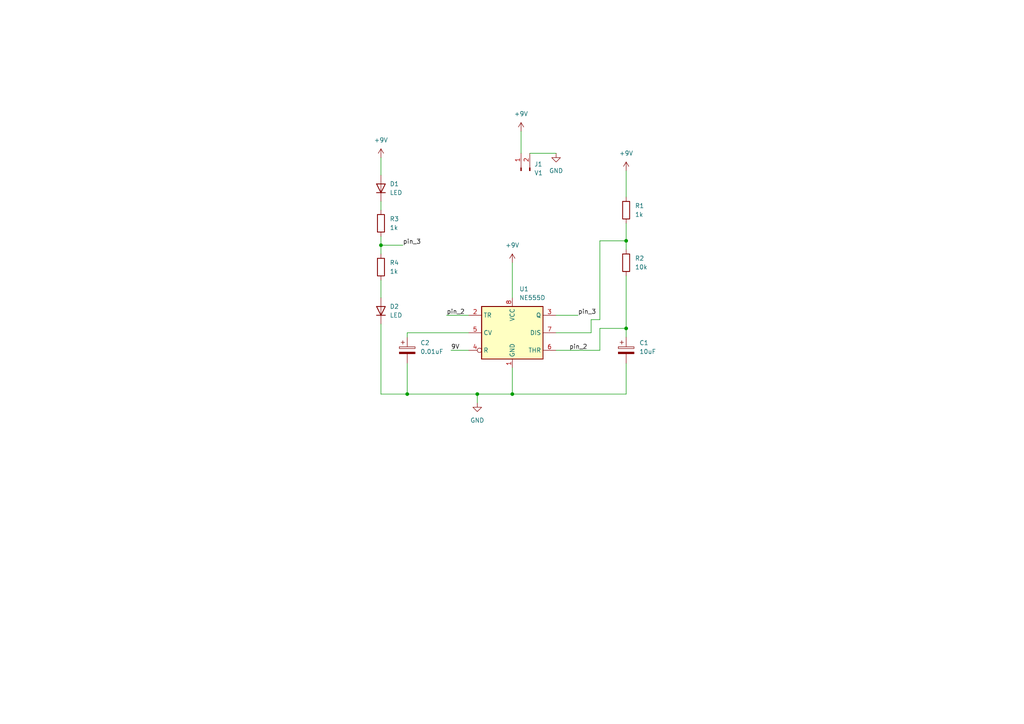
<source format=kicad_sch>
(kicad_sch (version 20211123) (generator eeschema)
  (paper "A4")
  (lib_symbols
    (symbol "Connector:Conn_01x02_Male" (pin_names (offset 1.016) hide)
      (property "Reference" "J" (at 0 2.54 0))
      (property "Value" "Conn_01x02_Male" (at 0 -5.08 0))
      (symbol "Conn_01x02_Male_1_1"
        (polyline (pts (xy 1.27 -2.54) (xy 0.8636 -2.54)) (stroke (width 0.1524)))
        (polyline (pts (xy 1.27 0) (xy 0.8636 0)) (stroke (width 0.1524)))
        (rectangle (start 0.8636 -2.413) (end 0 -2.667) (stroke (width 0.1524)) (fill (type outline)))
        (rectangle (start 0.8636 0.127) (end 0 -0.127) (stroke (width 0.1524)) (fill (type outline)))
        (pin passive line (at 5.08 0 180) (length 3.81) (name "Pin_1") (number "1"))
        (pin passive line (at 5.08 -2.54 180) (length 3.81) (name "Pin_2") (number "2"))
      )
    )
    (symbol "Device:C_Polarized" (pin_numbers hide) (pin_names (offset 0.254))
      (property "Reference" "C" (at 0.635 2.54 0))
      (property "Value" "C_Polarized" (at 0.635 -2.54 0))
      (symbol "C_Polarized_0_1"
        (rectangle (start -2.286 0.508) (end 2.286 1.016))
        (polyline (pts (xy -1.778 2.286) (xy -0.762 2.286)))
        (polyline (pts (xy -1.27 2.794) (xy -1.27 1.778)))
        (rectangle (start 2.286 -0.508) (end -2.286 -1.016) (fill (type outline)))
      )
      (symbol "C_Polarized_1_1"
        (pin passive line (at 0 3.81 270) (length 2.794) (name "~") (number "1"))
        (pin passive line (at 0 -3.81 90) (length 2.794) (name "~") (number "2"))
      )
    )
    (symbol "Device:D" (pin_numbers hide) (pin_names (offset 1.016) hide)
      (property "Reference" "D" (at 0 2.54 0))
      (property "Value" "D" (at 0 -2.54 0))
      (symbol "D_0_1"
        (polyline (pts (xy -1.27 1.27) (xy -1.27 -1.27)) (stroke (width 0.254)))
        (polyline (pts (xy 1.27 0) (xy -1.27 0)))
        (polyline (pts (xy 1.27 1.27) (xy 1.27 -1.27) (xy -1.27 0) (xy 1.27 1.27)) (stroke (width 0.254)))
      )
      (symbol "D_1_1"
        (pin passive line (at -3.81 0 0) (length 2.54) (name "K") (number "1"))
        (pin passive line (at 3.81 0 180) (length 2.54) (name "A") (number "2"))
      )
    )
    (symbol "Device:R" (pin_numbers hide) (pin_names (offset 0))
      (property "Reference" "R" (at 2.032 0 90))
      (property "Value" "R" (at 0 0 90))
      (symbol "R_0_1"
        (rectangle (start -1.016 -2.54) (end 1.016 2.54) (stroke (width 0.254)))
      )
      (symbol "R_1_1"
        (pin passive line (at 0 3.81 270) (length 1.27) (name "~") (number "1"))
        (pin passive line (at 0 -3.81 90) (length 1.27) (name "~") (number "2"))
      )
    )
    (symbol "Timer:NE555D"
      (property "Reference" "U" (at -10.16 8.89 0))
      (property "Value" "NE555D" (at 2.54 8.89 0))
      (symbol "NE555D_0_0"
        (pin power_in line (at 0 -10.16 90) (length 2.54) (name "GND") (number "1"))
        (pin power_in line (at 0 10.16 270) (length 2.54) (name "VCC") (number "8"))
      )
      (symbol "NE555D_0_1"
        (rectangle (start -8.89 -7.62) (end 8.89 7.62) (stroke (width 0.254)) (fill (type background)))
        (rectangle (start -8.89 -7.62) (end 8.89 7.62) (stroke (width 0.254)) (fill (type background)))
      )
      (symbol "NE555D_1_1"
        (pin input line (at -12.7 5.08 0) (length 3.81) (name "TR") (number "2"))
        (pin output line (at 12.7 5.08 180) (length 3.81) (name "Q") (number "3"))
        (pin input inverted (at -12.7 -5.08 0) (length 3.81) (name "R") (number "4"))
        (pin input line (at -12.7 0 0) (length 3.81) (name "CV") (number "5"))
        (pin input line (at 12.7 -5.08 180) (length 3.81) (name "THR") (number "6"))
        (pin input line (at 12.7 0 180) (length 3.81) (name "DIS") (number "7"))
      )
    )
    (symbol "power:+9V" (power) (pin_names (offset 0))
      (property "Value" "+9V" (at 0 3.556 0))
      (symbol "+9V_0_1"
        (polyline (pts (xy -0.762 1.27) (xy 0 2.54)))
        (polyline (pts (xy 0 0) (xy 0 2.54)))
        (polyline (pts (xy 0 2.54) (xy 0.762 1.27)))
      )
      (symbol "+9V_1_1"
        (pin power_in line (at 0 0 90) (length 0) hide (name "+9V") (number "1"))
      )
    )
    (symbol "power:GND" (power) (pin_names (offset 0))
      (property "Value" "GND" (at 0 -3.81 0))
      (symbol "GND_0_1"
        (polyline (pts (xy 0 0) (xy 0 -1.27) (xy 1.27 -1.27) (xy 0 -2.54) (xy -1.27 -1.27) (xy 0 -1.27)))
      )
      (symbol "GND_1_1"
        (pin power_in line (at 0 0 270) (length 0) hide (name "GND") (number "1"))
      )
    )
  )
  (junction (at 118.11 114.3))
  (junction (at 148.59 114.3))
  (junction (at 181.61 69.85))
  (junction (at 138.43 114.3))
  (junction (at 181.61 95.25))
  (junction (at 110.49 71.12))
  (wire (pts (xy 151.13 38.1) (xy 151.13 44.45)))
  (wire (pts (xy 181.61 69.85) (xy 181.61 72.39)))
  (wire (pts (xy 161.29 96.52) (xy 171.45 96.52)))
  (wire (pts (xy 135.89 101.6) (xy 130.81 101.6)))
  (wire (pts (xy 118.11 105.41) (xy 118.11 114.3)))
  (wire (pts (xy 148.59 106.68) (xy 148.59 114.3)))
  (wire (pts (xy 181.61 49.53) (xy 181.61 57.15)))
  (wire (pts (xy 110.49 81.28) (xy 110.49 86.36)))
  (wire (pts (xy 138.43 114.3) (xy 148.59 114.3)))
  (wire (pts (xy 118.11 114.3) (xy 138.43 114.3)))
  (wire (pts (xy 181.61 80.01) (xy 181.61 95.25)))
  (wire (pts (xy 161.29 101.6) (xy 173.99 101.6)))
  (wire (pts (xy 110.49 68.58) (xy 110.49 71.12)))
  (wire (pts (xy 110.49 71.12) (xy 110.49 73.66)))
  (wire (pts (xy 161.29 44.45) (xy 153.67 44.45)))
  (wire (pts (xy 138.43 116.84) (xy 138.43 114.3)))
  (wire (pts (xy 110.49 93.98) (xy 110.49 114.3)))
  (wire (pts (xy 129.54 91.44) (xy 135.89 91.44)))
  (wire (pts (xy 118.11 97.79) (xy 118.11 96.52)))
  (wire (pts (xy 161.29 91.44) (xy 167.64 91.44)))
  (wire (pts (xy 148.59 76.2) (xy 148.59 86.36)))
  (wire (pts (xy 173.99 92.71) (xy 173.99 69.85)))
  (wire (pts (xy 173.99 95.25) (xy 181.61 95.25)))
  (wire (pts (xy 148.59 114.3) (xy 181.61 114.3)))
  (wire (pts (xy 171.45 96.52) (xy 171.45 92.71)))
  (wire (pts (xy 118.11 96.52) (xy 135.89 96.52)))
  (wire (pts (xy 110.49 45.72) (xy 110.49 50.8)))
  (wire (pts (xy 110.49 114.3) (xy 118.11 114.3)))
  (wire (pts (xy 110.49 58.42) (xy 110.49 60.96)))
  (wire (pts (xy 173.99 101.6) (xy 173.99 95.25)))
  (wire (pts (xy 181.61 95.25) (xy 181.61 97.79)))
  (wire (pts (xy 171.45 92.71) (xy 173.99 92.71)))
  (wire (pts (xy 181.61 105.41) (xy 181.61 114.3)))
  (wire (pts (xy 110.49 71.12) (xy 116.84 71.12)))
  (wire (pts (xy 181.61 64.77) (xy 181.61 69.85)))
  (wire (pts (xy 173.99 69.85) (xy 181.61 69.85)))
  (label "pin_2" (at 129.54 91.44 0))
  (label "pin_3" (at 116.84 71.12 0))
  (label "pin_3" (at 167.64 91.44 0))
  (label "9V" (at 130.81 101.6 0))
  (label "pin_2" (at 165.1 101.6 0))
  (symbol (lib_id "Device:R") (at 110.49 77.47 0) (unit 1)
    (property "Reference" "R4" (at 113.03 76.1999 0) (effects (justify left)))
    (property "Value" "1k" (at 113.03 78.7399 0) (effects (justify left)))
    (property "Footprint" "Resistor_SMD:R_0805_2012Metric_Pad1.20x1.40mm_HandSolder" (effects hide))
  )
  (symbol (lib_id "Device:R") (at 110.49 64.77 0) (unit 1)
    (property "Reference" "R3" (at 113.03 63.4999 0) (effects (justify left)))
    (property "Value" "1k" (at 113.03 66.0399 0) (effects (justify left)))
    (property "Footprint" "Resistor_SMD:R_0805_2012Metric_Pad1.20x1.40mm_HandSolder" (effects hide))
  )
  (symbol (lib_id "Device:D") (at 110.49 90.17 90) (unit 1)
    (property "Reference" "D2" (at 113.03 88.8999 90) (effects (justify right)))
    (property "Value" "LED" (at 113.03 91.4399 90) (effects (justify right)))
    (property "Footprint" "LED_SMD:LED_1206_3216Metric_Pad1.42x1.75mm_HandSolder" (effects hide))
  )
  (symbol (lib_id "Device:R") (at 181.61 76.2 0) (unit 1)
    (property "Reference" "R2" (at 184.15 74.9299 0) (effects (justify left)))
    (property "Value" "10k" (at 184.15 77.4699 0) (effects (justify left)))
    (property "Footprint" "Resistor_SMD:R_0805_2012Metric_Pad1.20x1.40mm_HandSolder" (effects hide))
  )
  (symbol (lib_id "power:+9V") (at 110.49 45.72 0) (unit 1)
    (property "Reference" "#PWR0106" (effects hide))
    (property "Value" "+9V" (at 110.49 40.64 0))
  )
  (symbol (lib_id "power:+9V") (at 151.13 38.1 0) (unit 1)
    (property "Reference" "#PWR0102" (effects hide))
    (property "Value" "+9V" (at 151.13 33.02 0))
  )
  (symbol (lib_id "Device:C_Polarized") (at 118.11 101.6 0) (unit 1)
    (property "Reference" "C2" (at 121.92 99.4409 0) (effects (justify left)))
    (property "Value" "0.01uF" (at 121.92 101.9809 0) (effects (justify left)))
    (property "Footprint" "Capacitor_SMD:C_0805_2012Metric_Pad1.18x1.45mm_HandSolder" (effects hide))
  )
  (symbol (lib_id "power:GND") (at 161.29 44.45 0) (unit 1)
    (property "Reference" "#PWR0101" (effects hide))
    (property "Value" "GND" (at 161.29 49.53 0))
  )
  (symbol (lib_id "power:+9V") (at 181.61 49.53 0) (unit 1)
    (property "Reference" "#PWR0104" (effects hide))
    (property "Value" "+9V" (at 181.61 44.45 0))
  )
  (symbol (lib_id "Timer:NE555D") (at 148.59 96.52 0) (unit 1)
    (property "Reference" "U1" (at 150.6094 83.82 0) (effects (justify left)))
    (property "Value" "NE555D" (at 150.6094 86.36 0) (effects (justify left)))
    (property "Footprint" "Package_SO:SOIC-8_3.9x4.9mm_P1.27mm" (effects hide))
    (property "Datasheet" "http://www.ti.com/lit/ds/symlink/ne555.pdf" (effects hide))
  )
  (symbol (lib_id "Device:R") (at 181.61 60.96 0) (unit 1)
    (property "Reference" "R1" (at 184.15 59.6899 0) (effects (justify left)))
    (property "Value" "1k" (at 184.15 62.2299 0) (effects (justify left)))
    (property "Footprint" "Resistor_SMD:R_0805_2012Metric_Pad1.20x1.40mm_HandSolder" (effects hide))
  )
  (symbol (lib_id "Device:D") (at 110.49 54.61 90) (unit 1)
    (property "Reference" "D1" (at 113.03 53.3399 90) (effects (justify right)))
    (property "Value" "LED" (at 113.03 55.8799 90) (effects (justify right)))
    (property "Footprint" "LED_SMD:LED_1206_3216Metric_Pad1.42x1.75mm_HandSolder" (effects hide))
  )
  (symbol (lib_id "Connector:Conn_01x02_Male") (at 151.13 49.53 90) (unit 1)
    (property "Reference" "J1" (at 154.94 47.6249 90) (effects (justify right)))
    (property "Value" "V1" (at 154.94 50.1649 90) (effects (justify right)))
    (property "Footprint" "TerminalBlock:TerminalBlock_bornier-2_P5.08mm" (effects hide))
  )
  (symbol (lib_id "power:GND") (at 138.43 116.84 0) (unit 1)
    (property "Reference" "#PWR0105" (effects hide))
    (property "Value" "GND" (at 138.43 121.92 0))
  )
  (symbol (lib_id "power:+9V") (at 148.59 76.2 0) (unit 1)
    (property "Reference" "#PWR0103" (effects hide))
    (property "Value" "+9V" (at 148.59 71.12 0))
  )
  (symbol (lib_id "Device:C_Polarized") (at 181.61 101.6 0) (unit 1)
    (property "Reference" "C1" (at 185.42 99.4409 0) (effects (justify left)))
    (property "Value" "10uF" (at 185.42 101.9809 0) (effects (justify left)))
    (property "Footprint" "Capacitor_Tantalum_SMD:CP_EIA-3216-18_Kemet-A_Pad1.58x1.35mm_HandSolder" (effects hide))
  )
)
</source>
